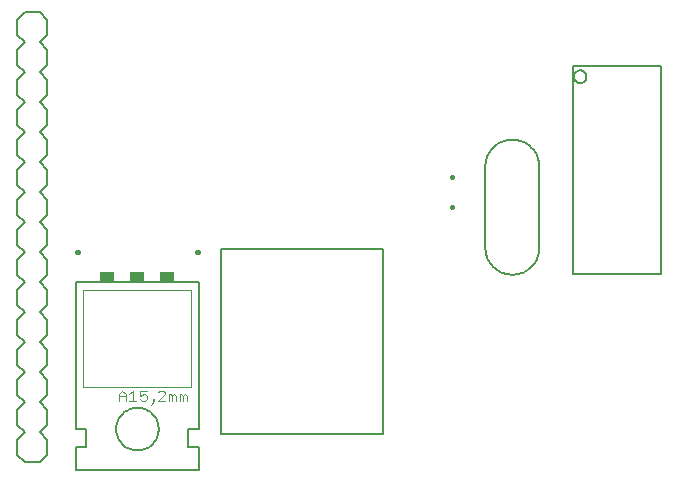
<source format=gto>
G75*
G70*
%OFA0B0*%
%FSLAX24Y24*%
%IPPOS*%
%LPD*%
%AMOC8*
5,1,8,0,0,1.08239X$1,22.5*
%
%ADD10C,0.0060*%
%ADD11C,0.0020*%
%ADD12C,0.0040*%
%ADD13R,0.0500X0.0350*%
%ADD14C,0.0080*%
%ADD15C,0.0160*%
D10*
X003130Y001230D02*
X003130Y001980D01*
X003480Y001980D01*
X003480Y002580D01*
X003130Y002580D01*
X003130Y007480D01*
X007230Y007480D01*
X007230Y002580D01*
X006880Y002580D01*
X006880Y001980D01*
X007230Y001980D01*
X007230Y001230D01*
X003130Y001230D01*
X004470Y002580D02*
X004472Y002633D01*
X004478Y002686D01*
X004488Y002738D01*
X004502Y002789D01*
X004519Y002839D01*
X004540Y002888D01*
X004565Y002935D01*
X004593Y002980D01*
X004625Y003023D01*
X004660Y003063D01*
X004697Y003100D01*
X004737Y003135D01*
X004780Y003167D01*
X004825Y003195D01*
X004872Y003220D01*
X004921Y003241D01*
X004971Y003258D01*
X005022Y003272D01*
X005074Y003282D01*
X005127Y003288D01*
X005180Y003290D01*
X005233Y003288D01*
X005286Y003282D01*
X005338Y003272D01*
X005389Y003258D01*
X005439Y003241D01*
X005488Y003220D01*
X005535Y003195D01*
X005580Y003167D01*
X005623Y003135D01*
X005663Y003100D01*
X005700Y003063D01*
X005735Y003023D01*
X005767Y002980D01*
X005795Y002935D01*
X005820Y002888D01*
X005841Y002839D01*
X005858Y002789D01*
X005872Y002738D01*
X005882Y002686D01*
X005888Y002633D01*
X005890Y002580D01*
X005888Y002527D01*
X005882Y002474D01*
X005872Y002422D01*
X005858Y002371D01*
X005841Y002321D01*
X005820Y002272D01*
X005795Y002225D01*
X005767Y002180D01*
X005735Y002137D01*
X005700Y002097D01*
X005663Y002060D01*
X005623Y002025D01*
X005580Y001993D01*
X005535Y001965D01*
X005488Y001940D01*
X005439Y001919D01*
X005389Y001902D01*
X005338Y001888D01*
X005286Y001878D01*
X005233Y001872D01*
X005180Y001870D01*
X005127Y001872D01*
X005074Y001878D01*
X005022Y001888D01*
X004971Y001902D01*
X004921Y001919D01*
X004872Y001940D01*
X004825Y001965D01*
X004780Y001993D01*
X004737Y002025D01*
X004697Y002060D01*
X004660Y002097D01*
X004625Y002137D01*
X004593Y002180D01*
X004565Y002225D01*
X004540Y002272D01*
X004519Y002321D01*
X004502Y002371D01*
X004488Y002422D01*
X004478Y002474D01*
X004472Y002527D01*
X004470Y002580D01*
X019718Y007750D02*
X022642Y007750D01*
X022642Y014700D01*
X019718Y014700D01*
X019718Y007750D01*
X019730Y014330D02*
X019732Y014359D01*
X019738Y014387D01*
X019747Y014414D01*
X019761Y014439D01*
X019777Y014463D01*
X019797Y014483D01*
X019819Y014502D01*
X019843Y014516D01*
X019870Y014528D01*
X019897Y014536D01*
X019926Y014540D01*
X019954Y014540D01*
X019983Y014536D01*
X020010Y014528D01*
X020037Y014516D01*
X020061Y014502D01*
X020083Y014483D01*
X020103Y014463D01*
X020119Y014439D01*
X020133Y014414D01*
X020142Y014387D01*
X020148Y014359D01*
X020150Y014330D01*
X020148Y014301D01*
X020142Y014273D01*
X020133Y014246D01*
X020119Y014221D01*
X020103Y014197D01*
X020083Y014177D01*
X020061Y014158D01*
X020037Y014144D01*
X020010Y014132D01*
X019983Y014124D01*
X019954Y014120D01*
X019926Y014120D01*
X019897Y014124D01*
X019870Y014132D01*
X019843Y014144D01*
X019819Y014158D01*
X019797Y014177D01*
X019777Y014197D01*
X019761Y014221D01*
X019747Y014246D01*
X019738Y014273D01*
X019732Y014301D01*
X019730Y014330D01*
D11*
X006980Y007230D02*
X006980Y003980D01*
X003380Y003980D01*
X003380Y007230D01*
X006980Y007230D01*
D12*
X006048Y003860D02*
X005931Y003860D01*
X005873Y003802D01*
X006048Y003860D02*
X006106Y003802D01*
X006106Y003744D01*
X005873Y003510D01*
X006106Y003510D01*
X006232Y003510D02*
X006232Y003744D01*
X006290Y003744D01*
X006349Y003685D01*
X006407Y003744D01*
X006465Y003685D01*
X006465Y003510D01*
X006349Y003510D02*
X006349Y003685D01*
X006591Y003744D02*
X006591Y003510D01*
X006708Y003510D02*
X006708Y003685D01*
X006766Y003744D01*
X006824Y003685D01*
X006824Y003510D01*
X006708Y003685D02*
X006649Y003744D01*
X006591Y003744D01*
X005750Y003568D02*
X005692Y003568D01*
X005692Y003510D01*
X005750Y003510D01*
X005750Y003568D01*
X005750Y003510D02*
X005633Y003393D01*
X005508Y003568D02*
X005449Y003510D01*
X005333Y003510D01*
X005274Y003568D01*
X005274Y003685D02*
X005391Y003744D01*
X005449Y003744D01*
X005508Y003685D01*
X005508Y003568D01*
X005274Y003685D02*
X005274Y003860D01*
X005508Y003860D01*
X005032Y003860D02*
X005032Y003510D01*
X004915Y003510D02*
X005149Y003510D01*
X004915Y003744D02*
X005032Y003860D01*
X004789Y003744D02*
X004789Y003510D01*
X004789Y003685D02*
X004556Y003685D01*
X004556Y003744D02*
X004673Y003860D01*
X004789Y003744D01*
X004556Y003744D02*
X004556Y003510D01*
D13*
X004180Y007655D03*
X005180Y007655D03*
X006180Y007655D03*
D14*
X001180Y001730D02*
X001430Y001480D01*
X001930Y001480D01*
X002180Y001730D01*
X002180Y002230D01*
X001930Y002480D01*
X002180Y002730D01*
X002180Y003230D01*
X001930Y003480D01*
X002180Y003730D01*
X002180Y004230D01*
X001930Y004480D01*
X002180Y004730D01*
X002180Y005230D01*
X001930Y005480D01*
X002180Y005730D01*
X002180Y006230D01*
X001930Y006480D01*
X002180Y006730D01*
X002180Y007230D01*
X001930Y007480D01*
X002180Y007730D01*
X002180Y008230D01*
X001930Y008480D01*
X002180Y008730D01*
X002180Y009230D01*
X001930Y009480D01*
X002180Y009730D01*
X002180Y010230D01*
X001930Y010480D01*
X002180Y010730D01*
X002180Y011230D01*
X001930Y011480D01*
X002180Y011730D01*
X002180Y012230D01*
X001930Y012480D01*
X002180Y012730D01*
X002180Y013230D01*
X001930Y013480D01*
X002180Y013730D01*
X002180Y014230D01*
X001930Y014480D01*
X002180Y014730D01*
X002180Y015230D01*
X001930Y015480D01*
X002180Y015730D01*
X002180Y016230D01*
X001930Y016480D01*
X001430Y016480D01*
X001180Y016230D01*
X001180Y015730D01*
X001430Y015480D01*
X001180Y015230D01*
X001180Y014730D01*
X001430Y014480D01*
X001180Y014230D01*
X001180Y013730D01*
X001430Y013480D01*
X001180Y013230D01*
X001180Y012730D01*
X001430Y012480D01*
X001180Y012230D01*
X001180Y011730D01*
X001430Y011480D01*
X001180Y011230D01*
X001180Y010730D01*
X001430Y010480D01*
X001180Y010230D01*
X001180Y009730D01*
X001430Y009480D01*
X001180Y009230D01*
X001180Y008730D01*
X001430Y008480D01*
X001180Y008230D01*
X001180Y007730D01*
X001430Y007480D01*
X001180Y007230D01*
X001180Y006730D01*
X001430Y006480D01*
X001180Y006230D01*
X001180Y005730D01*
X001430Y005480D01*
X001180Y005230D01*
X001180Y004730D01*
X001430Y004480D01*
X001180Y004230D01*
X001180Y003730D01*
X001430Y003480D01*
X001180Y003230D01*
X001180Y002730D01*
X001430Y002480D01*
X001180Y002230D01*
X001180Y001730D01*
X007980Y002430D02*
X013380Y002430D01*
X013380Y008580D01*
X007980Y008580D01*
X007980Y002430D01*
X016780Y008630D02*
X016780Y011330D01*
X016782Y011389D01*
X016788Y011447D01*
X016797Y011506D01*
X016811Y011563D01*
X016828Y011619D01*
X016849Y011674D01*
X016873Y011728D01*
X016901Y011780D01*
X016932Y011830D01*
X016966Y011878D01*
X017003Y011923D01*
X017044Y011966D01*
X017087Y012007D01*
X017132Y012044D01*
X017180Y012078D01*
X017230Y012109D01*
X017282Y012137D01*
X017336Y012161D01*
X017391Y012182D01*
X017447Y012199D01*
X017504Y012213D01*
X017563Y012222D01*
X017621Y012228D01*
X017680Y012230D01*
X017739Y012228D01*
X017797Y012222D01*
X017856Y012213D01*
X017913Y012199D01*
X017969Y012182D01*
X018024Y012161D01*
X018078Y012137D01*
X018130Y012109D01*
X018180Y012078D01*
X018228Y012044D01*
X018273Y012007D01*
X018316Y011966D01*
X018357Y011923D01*
X018394Y011878D01*
X018428Y011830D01*
X018459Y011780D01*
X018487Y011728D01*
X018511Y011674D01*
X018532Y011619D01*
X018549Y011563D01*
X018563Y011506D01*
X018572Y011447D01*
X018578Y011389D01*
X018580Y011330D01*
X018580Y008630D01*
X018578Y008571D01*
X018572Y008513D01*
X018563Y008454D01*
X018549Y008397D01*
X018532Y008341D01*
X018511Y008286D01*
X018487Y008232D01*
X018459Y008180D01*
X018428Y008130D01*
X018394Y008082D01*
X018357Y008037D01*
X018316Y007994D01*
X018273Y007953D01*
X018228Y007916D01*
X018180Y007882D01*
X018130Y007851D01*
X018078Y007823D01*
X018024Y007799D01*
X017969Y007778D01*
X017913Y007761D01*
X017856Y007747D01*
X017797Y007738D01*
X017739Y007732D01*
X017680Y007730D01*
X017621Y007732D01*
X017563Y007738D01*
X017504Y007747D01*
X017447Y007761D01*
X017391Y007778D01*
X017336Y007799D01*
X017282Y007823D01*
X017230Y007851D01*
X017180Y007882D01*
X017132Y007916D01*
X017087Y007953D01*
X017044Y007994D01*
X017003Y008037D01*
X016966Y008082D01*
X016932Y008130D01*
X016901Y008180D01*
X016873Y008232D01*
X016849Y008286D01*
X016828Y008341D01*
X016811Y008397D01*
X016797Y008454D01*
X016788Y008513D01*
X016782Y008571D01*
X016780Y008630D01*
D15*
X015680Y009968D02*
X015680Y009992D01*
X015680Y010968D02*
X015680Y010992D01*
X007192Y008480D02*
X007168Y008480D01*
X003192Y008480D02*
X003168Y008480D01*
M02*

</source>
